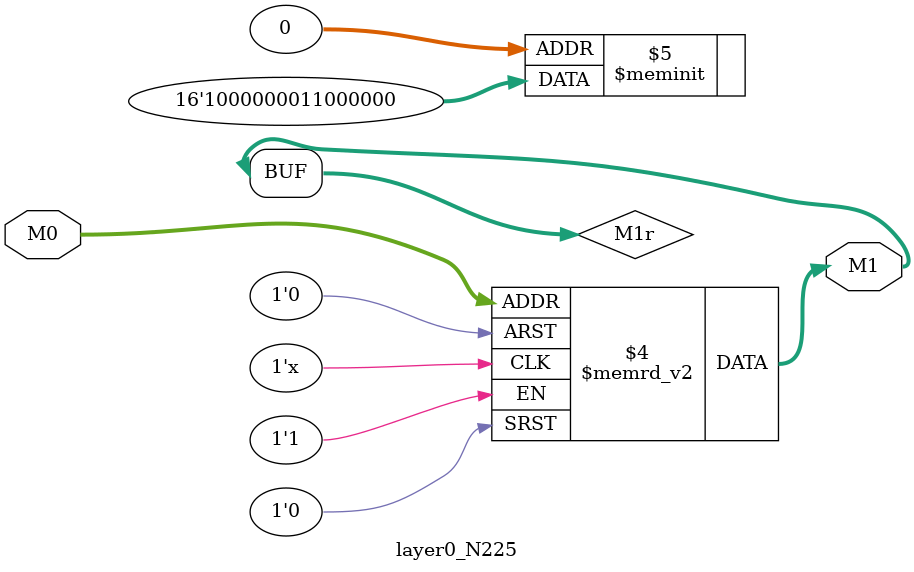
<source format=v>
module layer0_N225 ( input [2:0] M0, output [1:0] M1 );

	(*rom_style = "distributed" *) reg [1:0] M1r;
	assign M1 = M1r;
	always @ (M0) begin
		case (M0)
			3'b000: M1r = 2'b00;
			3'b100: M1r = 2'b00;
			3'b010: M1r = 2'b00;
			3'b110: M1r = 2'b00;
			3'b001: M1r = 2'b00;
			3'b101: M1r = 2'b00;
			3'b011: M1r = 2'b11;
			3'b111: M1r = 2'b10;

		endcase
	end
endmodule

</source>
